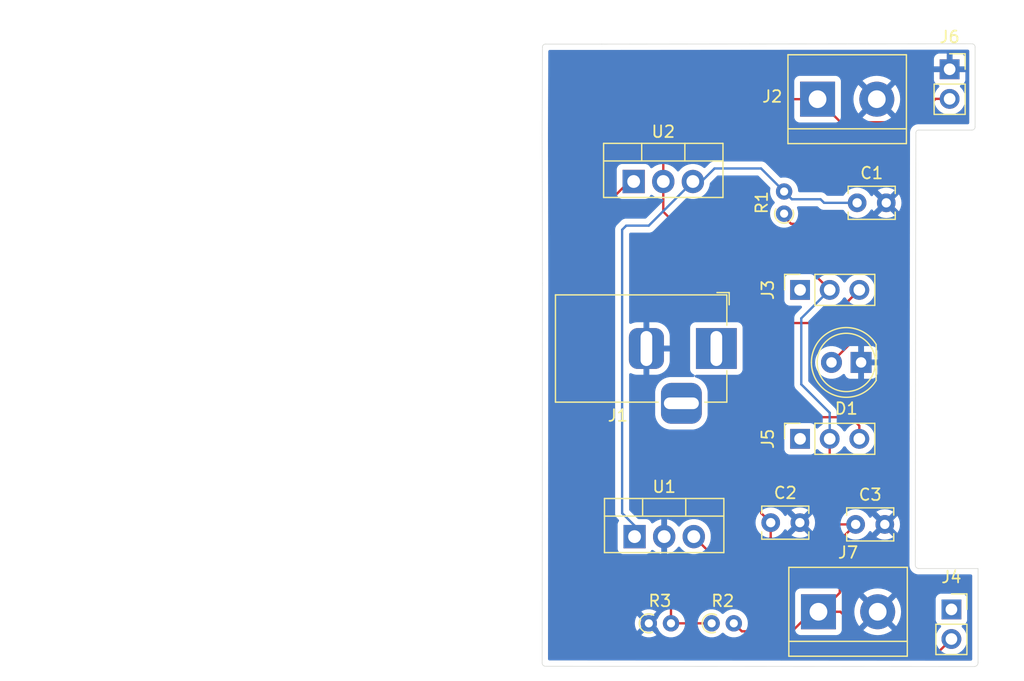
<source format=kicad_pcb>
(kicad_pcb (version 20240108) (generator "pcbnew") (generator_version "8.0")
  (layers (0 "F.Cu" signal) (31 "B.Cu" signal) (34 "B.Paste" user) (35 "F.Paste" user) (36 "B.SilkS" user "B.Silkscreen") (37 "F.SilkS" user "F.Silkscreen") (38 "B.Mask" user) (39 "F.Mask" user) (44 "Edge.Cuts" user))
  (net 0 "")
  (net 1 "GND")
  (net 2 "/12v")
  (net 3 "/5v")
  (net 4 "/3.3v")
  (net 5 "Net-(R1-+)")
  (net 6 "Net-(SW1A-B)")
  (net 10 "Net-(R2-+)")
  (footprint "LED_THT:LED_D5.0mm" (layer "F.Cu") (at 70.5104 77.851 180)
    (property "Reference" "D1" (at 1.27 -3.96 360) (layer "F.SilkS"))
    (property "Value" "LED")
    (fp_line (start -1.29 -1.545) (end -1.29 1.545) (stroke (width 0.12)) (layer "F.SilkS"))
    (fp_arc (start 4.26 0.000048) (mid 2.071756 2.880501) (end -1.29 1.54483) (stroke (width 0.12)) (layer "F.SilkS"))
    (fp_arc (start -1.29 -1.54483) (mid 2.071756 -2.880501) (end 4.26 -0.000048) (stroke (width 0.12)) (layer "F.SilkS"))
    (fp_circle (center 1.27 0) (end 3.77 0) (stroke (width 0.12)) (fill none) (layer "F.SilkS"))
    (pad "1" thru_hole rect (at 0 0 180) (size 1.8 1.8) (drill 0.9) (layers "*.Cu" "*.Mask") (net 1 "GND"))
    (pad "2" thru_hole circle (at 2.54 0 180) (size 1.8 1.8) (drill 0.9) (layers "*.Cu" "*.Mask") (net 5 "Net-(R1-+)"))
  )
  (footprint "Connector_PinSocket_2.54mm:PinSocket_1x03_P2.54mm_Vertical" (layer "F.Cu") (at 65.278 71.628 90)
    (property "Reference" "J3" (at 0 -2.77 90) (layer "F.SilkS"))
    (property "Value" "Conn_01x03_Pin")
    (fp_line (start 1.33 -1.33) (end 1.33 0) (stroke (width 0.12)) (layer "F.SilkS"))
    (fp_line (start 0 -1.33) (end 1.33 -1.33) (stroke (width 0.12)) (layer "F.SilkS"))
    (fp_line (start 1.33 1.27) (end 1.33 6.41) (stroke (width 0.12)) (layer "F.SilkS"))
    (fp_line (start -1.33 1.27) (end 1.33 1.27) (stroke (width 0.12)) (layer "F.SilkS"))
    (fp_line (start -1.33 1.27) (end -1.33 6.41) (stroke (width 0.12)) (layer "F.SilkS"))
    (fp_line (start -1.33 6.41) (end 1.33 6.41) (stroke (width 0.12)) (layer "F.SilkS"))
    (pad "1" thru_hole rect (at 0 0 90) (size 1.7 1.7) (drill 1) (layers "*.Cu" "*.Mask"))
    (pad "2" thru_hole oval (at 0 2.54 90) (size 1.7 1.7) (drill 1) (layers "*.Cu" "*.Mask") (net 4 "/3.3v"))
    (pad "3" thru_hole oval (at 0 5.08 90) (size 1.7 1.7) (drill 1) (layers "*.Cu" "*.Mask") (net 3 "/5v"))
  )
  (footprint "Connector_PinSocket_2.54mm:PinSocket_1x03_P2.54mm_Vertical" (layer "F.Cu") (at 65.278 84.4042 90)
    (property "Reference" "J5" (at 0 -2.77 90) (layer "F.SilkS"))
    (property "Value" "Conn_01x03_Pin")
    (fp_line (start 1.33 -1.33) (end 1.33 0) (stroke (width 0.12)) (layer "F.SilkS"))
    (fp_line (start 0 -1.33) (end 1.33 -1.33) (stroke (width 0.12)) (layer "F.SilkS"))
    (fp_line (start 1.33 1.27) (end 1.33 6.41) (stroke (width 0.12)) (layer "F.SilkS"))
    (fp_line (start -1.33 1.27) (end 1.33 1.27) (stroke (width 0.12)) (layer "F.SilkS"))
    (fp_line (start -1.33 1.27) (end -1.33 6.41) (stroke (width 0.12)) (layer "F.SilkS"))
    (fp_line (start -1.33 6.41) (end 1.33 6.41) (stroke (width 0.12)) (layer "F.SilkS"))
    (pad "1" thru_hole rect (at 0 0 90) (size 1.7 1.7) (drill 1) (layers "*.Cu" "*.Mask"))
    (pad "2" thru_hole oval (at 0 2.54 90) (size 1.7 1.7) (drill 1) (layers "*.Cu" "*.Mask") (net 4 "/3.3v"))
    (pad "3" thru_hole oval (at 0 5.08 90) (size 1.7 1.7) (drill 1) (layers "*.Cu" "*.Mask") (net 3 "/5v"))
  )
  (footprint "TerminalBlock:TerminalBlock_bornier-2_P5.08mm" (layer "F.Cu") (at 66.8528 99.2378)
    (property "Reference" "J7" (at 2.54 -5.08 0) (layer "F.SilkS"))
    (property "Value" "Screw_Terminal_01x02")
    (fp_line (start -2.54 -3.81) (end -2.54 3.81) (stroke (width 0.12)) (layer "F.SilkS"))
    (fp_line (start -2.54 3.81) (end 7.62 3.81) (stroke (width 0.12)) (layer "F.SilkS"))
    (fp_line (start 7.62 -3.81) (end -2.54 -3.81) (stroke (width 0.12)) (layer "F.SilkS"))
    (fp_line (start 7.62 2.54) (end -2.54 2.54) (stroke (width 0.12)) (layer "F.SilkS"))
    (fp_line (start 7.62 3.81) (end 7.62 -3.81) (stroke (width 0.12)) (layer "F.SilkS"))
    (pad "1" thru_hole rect (at 0 0) (size 3 3) (drill 1.52) (layers "*.Cu" "*.Mask") (net 4 "/3.3v"))
    (pad "2" thru_hole circle (at 5.08 0) (size 3 3) (drill 1.52) (layers "*.Cu" "*.Mask") (net 1 "GND"))
  )
  (footprint "Resistor_THT:R_Axial_DIN0204_L3.6mm_D1.6mm_P1.90mm_Vertical" (layer "F.Cu") (at 57.6928 100.2284)
    (property "Reference" "R2" (at 0.95 -1.92 0) (layer "F.SilkS"))
    (property "Value" "330")
    (fp_arc (start 0.320095 0.749359) (mid -0.813042 -0.054435) (end 0.417133 -0.7) (stroke (width 0.12)) (layer "F.SilkS"))
    (pad "1" thru_hole circle (at 0 0) (size 1.4 1.4) (drill 0.7) (layers "*.Cu" "*.Mask") (net 10 "Net-(R2-+)"))
    (pad "2" thru_hole oval (at 1.9 0) (size 1.4 1.4) (drill 0.7) (layers "*.Cu" "*.Mask") (net 4 "/3.3v"))
  )
  (footprint "Capacitor_THT:C_Disc_D3.8mm_W2.6mm_P2.50mm" (layer "F.Cu") (at 70.1694 64.1604)
    (property "Reference" "C1" (at 1.25 -2.55 0) (layer "F.SilkS"))
    (property "Value" "10u")
    (fp_line (start -0.77 -1.42) (end -0.77 -0.795) (stroke (width 0.12)) (layer "F.SilkS"))
    (fp_line (start -0.77 -1.42) (end 3.27 -1.42) (stroke (width 0.12)) (layer "F.SilkS"))
    (fp_line (start -0.77 0.795) (end -0.77 1.42) (stroke (width 0.12)) (layer "F.SilkS"))
    (fp_line (start -0.77 1.42) (end 3.27 1.42) (stroke (width 0.12)) (layer "F.SilkS"))
    (fp_line (start 3.27 -1.42) (end 3.27 -0.795) (stroke (width 0.12)) (layer "F.SilkS"))
    (fp_line (start 3.27 0.795) (end 3.27 1.42) (stroke (width 0.12)) (layer "F.SilkS"))
    (pad "1" thru_hole circle (at 0 0) (size 1.6 1.6) (drill 0.8) (layers "*.Cu" "*.Mask") (net 2 "/12v"))
    (pad "2" thru_hole circle (at 2.5 0) (size 1.6 1.6) (drill 0.8) (layers "*.Cu" "*.Mask") (net 1 "GND"))
  )
  (footprint "Resistor_THT:R_Axial_DIN0204_L3.6mm_D1.6mm_P1.90mm_Vertical" (layer "F.Cu") (at 52.3036 100.2284)
    (property "Reference" "R3" (at 0.95 -1.92 0) (layer "F.SilkS"))
    (property "Value" "560")
    (fp_arc (start 0.320095 0.749359) (mid -0.813042 -0.054435) (end 0.417133 -0.7) (stroke (width 0.12)) (layer "F.SilkS"))
    (pad "1" thru_hole circle (at 0 0) (size 1.4 1.4) (drill 0.7) (layers "*.Cu" "*.Mask") (net 1 "GND"))
    (pad "2" thru_hole oval (at 1.9 0) (size 1.4 1.4) (drill 0.7) (layers "*.Cu" "*.Mask") (net 10 "Net-(R2-+)"))
  )
  (footprint "Resistor_THT:R_Axial_DIN0204_L3.6mm_D1.6mm_P1.90mm_Vertical" (layer "F.Cu") (at 63.9064 65.0908 90)
    (property "Reference" "R1" (at 0.95 -1.92 90) (layer "F.SilkS"))
    (property "Value" "330")
    (fp_arc (start 0.320095 0.749359) (mid -0.813042 -0.054435) (end 0.417133 -0.7) (stroke (width 0.12)) (layer "F.SilkS"))
    (pad "1" thru_hole circle (at 0 0 90) (size 1.4 1.4) (drill 0.7) (layers "*.Cu" "*.Mask") (net 5 "Net-(R1-+)"))
    (pad "2" thru_hole oval (at 1.9 0 90) (size 1.4 1.4) (drill 0.7) (layers "*.Cu" "*.Mask") (net 2 "/12v"))
  )
  (footprint "TerminalBlock:TerminalBlock_bornier-2_P5.08mm" (layer "F.Cu") (at 66.7766 55.2704)
    (property "Reference" "J2" (at -3.8862 -0.2286 360) (layer "F.SilkS"))
    (property "Value" "Screw_Terminal_01x02")
    (fp_line (start -2.54 -3.81) (end -2.54 3.81) (stroke (width 0.12)) (layer "F.SilkS"))
    (fp_line (start -2.54 3.81) (end 7.62 3.81) (stroke (width 0.12)) (layer "F.SilkS"))
    (fp_line (start 7.62 -3.81) (end -2.54 -3.81) (stroke (width 0.12)) (layer "F.SilkS"))
    (fp_line (start 7.62 2.54) (end -2.54 2.54) (stroke (width 0.12)) (layer "F.SilkS"))
    (fp_line (start 7.62 3.81) (end 7.62 -3.81) (stroke (width 0.12)) (layer "F.SilkS"))
    (pad "1" thru_hole rect (at 0 0) (size 3 3) (drill 1.52) (layers "*.Cu" "*.Mask") (net 4 "/3.3v"))
    (pad "2" thru_hole circle (at 5.08 0) (size 3 3) (drill 1.52) (layers "*.Cu" "*.Mask") (net 1 "GND"))
  )
  (footprint "Package_TO_SOT_THT:TO-220-3_Vertical" (layer "F.Cu") (at 51.0794 92.7914)
    (property "Reference" "U1" (at 2.54 -4.27 0) (layer "F.SilkS"))
    (property "Value" "LM7805_TO220")
    (fp_line (start -2.58 -3.27) (end -2.58 1.371) (stroke (width 0.12)) (layer "F.SilkS"))
    (fp_line (start -2.58 -3.27) (end 7.66 -3.27) (stroke (width 0.12)) (layer "F.SilkS"))
    (fp_line (start -2.58 -1.76) (end 7.66 -1.76) (stroke (width 0.12)) (layer "F.SilkS"))
    (fp_line (start -2.58 1.371) (end 7.66 1.371) (stroke (width 0.12)) (layer "F.SilkS"))
    (fp_line (start 0.69 -3.27) (end 0.69 -1.76) (stroke (width 0.12)) (layer "F.SilkS"))
    (fp_line (start 4.391 -3.27) (end 4.391 -1.76) (stroke (width 0.12)) (layer "F.SilkS"))
    (fp_line (start 7.66 -3.27) (end 7.66 1.371) (stroke (width 0.12)) (layer "F.SilkS"))
    (pad "1" thru_hole rect (at 0 0) (size 1.905 2) (drill 1.1) (layers "*.Cu" "*.Mask") (net 2 "/12v"))
    (pad "2" thru_hole oval (at 2.54 0) (size 1.905 2) (drill 1.1) (layers "*.Cu" "*.Mask") (net 1 "GND"))
    (pad "3" thru_hole oval (at 5.08 0) (size 1.905 2) (drill 1.1) (layers "*.Cu" "*.Mask") (net 3 "/5v"))
  )
  (footprint "Package_TO_SOT_THT:TO-220-3_Vertical" (layer "F.Cu") (at 51.0032 62.3316)
    (property "Reference" "U2" (at 2.54 -4.27 0) (layer "F.SilkS"))
    (property "Value" "LM317_TO-220")
    (fp_line (start -2.58 -3.27) (end -2.58 1.371) (stroke (width 0.12)) (layer "F.SilkS"))
    (fp_line (start -2.58 -3.27) (end 7.66 -3.27) (stroke (width 0.12)) (layer "F.SilkS"))
    (fp_line (start -2.58 -1.76) (end 7.66 -1.76) (stroke (width 0.12)) (layer "F.SilkS"))
    (fp_line (start -2.58 1.371) (end 7.66 1.371) (stroke (width 0.12)) (layer "F.SilkS"))
    (fp_line (start 0.69 -3.27) (end 0.69 -1.76) (stroke (width 0.12)) (layer "F.SilkS"))
    (fp_line (start 4.391 -3.27) (end 4.391 -1.76) (stroke (width 0.12)) (layer "F.SilkS"))
    (fp_line (start 7.66 -3.27) (end 7.66 1.371) (stroke (width 0.12)) (layer "F.SilkS"))
    (pad "1" thru_hole rect (at 0 0) (size 1.905 2) (drill 1.1) (layers "*.Cu" "*.Mask") (net 10 "Net-(R2-+)"))
    (pad "2" thru_hole oval (at 2.54 0) (size 1.905 2) (drill 1.1) (layers "*.Cu" "*.Mask") (net 4 "/3.3v"))
    (pad "3" thru_hole oval (at 5.08 0) (size 1.905 2) (drill 1.1) (layers "*.Cu" "*.Mask") (net 2 "/12v"))
  )
  (footprint "Connector_PinSocket_2.54mm:PinSocket_1x02_P2.54mm_Vertical" (layer "F.Cu") (at 78.105 52.705)
    (property "Reference" "J6" (at 0 -2.77 0) (layer "F.SilkS"))
    (property "Value" "Conn_01x02_Pin")
    (fp_line (start -1.33 1.27) (end -1.33 3.87) (stroke (width 0.12)) (layer "F.SilkS"))
    (fp_line (start -1.33 1.27) (end 1.33 1.27) (stroke (width 0.12)) (layer "F.SilkS"))
    (fp_line (start -1.33 3.87) (end 1.33 3.87) (stroke (width 0.12)) (layer "F.SilkS"))
    (fp_line (start 0 -1.33) (end 1.33 -1.33) (stroke (width 0.12)) (layer "F.SilkS"))
    (fp_line (start 1.33 -1.33) (end 1.33 0) (stroke (width 0.12)) (layer "F.SilkS"))
    (fp_line (start 1.33 1.27) (end 1.33 3.87) (stroke (width 0.12)) (layer "F.SilkS"))
    (pad "1" thru_hole rect (at 0 0) (size 1.7 1.7) (drill 1) (layers "*.Cu" "*.Mask") (net 1 "GND"))
    (pad "2" thru_hole oval (at 0 2.54) (size 1.7 1.7) (drill 1) (layers "*.Cu" "*.Mask") (net 4 "/3.3v"))
  )
  (footprint "Capacitor_THT:C_Disc_D3.8mm_W2.6mm_P2.50mm" (layer "F.Cu") (at 62.758 91.5924)
    (property "Reference" "C2" (at 1.25 -2.55 0) (layer "F.SilkS"))
    (property "Value" "0.1u")
    (fp_line (start -0.77 -1.42) (end -0.77 -0.795) (stroke (width 0.12)) (layer "F.SilkS"))
    (fp_line (start -0.77 -1.42) (end 3.27 -1.42) (stroke (width 0.12)) (layer "F.SilkS"))
    (fp_line (start -0.77 0.795) (end -0.77 1.42) (stroke (width 0.12)) (layer "F.SilkS"))
    (fp_line (start -0.77 1.42) (end 3.27 1.42) (stroke (width 0.12)) (layer "F.SilkS"))
    (fp_line (start 3.27 -1.42) (end 3.27 -0.795) (stroke (width 0.12)) (layer "F.SilkS"))
    (fp_line (start 3.27 0.795) (end 3.27 1.42) (stroke (width 0.12)) (layer "F.SilkS"))
    (pad "1" thru_hole circle (at 0 0) (size 1.6 1.6) (drill 0.8) (layers "*.Cu" "*.Mask") (net 3 "/5v"))
    (pad "2" thru_hole circle (at 2.5 0) (size 1.6 1.6) (drill 0.8) (layers "*.Cu" "*.Mask") (net 1 "GND"))
  )
  (footprint "Connector_BarrelJack:BarrelJack_Horizontal" (layer "F.Cu") (at 58.0954 76.6572)
    (property "Reference" "J1" (at -8.45 5.75 0) (layer "F.SilkS"))
    (property "Value" "Barrel_Jack")
    (fp_line (start -13.8 -4.6) (end 0.9 -4.6) (stroke (width 0.12)) (layer "F.SilkS"))
    (fp_line (start -13.8 4.6) (end -13.8 -4.6) (stroke (width 0.12)) (layer "F.SilkS"))
    (fp_line (start -5 4.6) (end -13.8 4.6) (stroke (width 0.12)) (layer "F.SilkS"))
    (fp_line (start 0.05 -4.8) (end 1.1 -4.8) (stroke (width 0.12)) (layer "F.SilkS"))
    (fp_line (start 0.9 -4.6) (end 0.9 -2) (stroke (width 0.12)) (layer "F.SilkS"))
    (fp_line (start 0.9 1.9) (end 0.9 4.6) (stroke (width 0.12)) (layer "F.SilkS"))
    (fp_line (start 0.9 4.6) (end -1 4.6) (stroke (width 0.12)) (layer "F.SilkS"))
    (fp_line (start 1.1 -3.75) (end 1.1 -4.8) (stroke (width 0.12)) (layer "F.SilkS"))
    (pad "1" thru_hole rect (at 0 0) (size 3.5 3.5) (drill oval 1 3) (layers "*.Cu" "*.Mask") (net 6 "Net-(SW1A-B)"))
    (pad "2" thru_hole roundrect (at -6 0) (size 3 3.5) (drill oval 1 3) (layers "*.Cu" "*.Mask") (net 1 "GND"))
    (pad "3" thru_hole roundrect (at -3 4.7) (size 3.5 3.5) (drill oval 3 1) (layers "*.Cu" "*.Mask"))
  )
  (footprint "Capacitor_THT:C_Disc_D3.8mm_W2.6mm_P2.50mm" (layer "F.Cu") (at 70.0424 91.7448)
    (property "Reference" "C3" (at 1.25 -2.55 0) (layer "F.SilkS"))
    (property "Value" "1u")
    (fp_line (start -0.77 -1.42) (end -0.77 -0.795) (stroke (width 0.12)) (layer "F.SilkS"))
    (fp_line (start -0.77 -1.42) (end 3.27 -1.42) (stroke (width 0.12)) (layer "F.SilkS"))
    (fp_line (start -0.77 0.795) (end -0.77 1.42) (stroke (width 0.12)) (layer "F.SilkS"))
    (fp_line (start -0.77 1.42) (end 3.27 1.42) (stroke (width 0.12)) (layer "F.SilkS"))
    (fp_line (start 3.27 -1.42) (end 3.27 -0.795) (stroke (width 0.12)) (layer "F.SilkS"))
    (fp_line (start 3.27 0.795) (end 3.27 1.42) (stroke (width 0.12)) (layer "F.SilkS"))
    (pad "1" thru_hole circle (at 0 0) (size 1.6 1.6) (drill 0.8) (layers "*.Cu" "*.Mask") (net 4 "/3.3v"))
    (pad "2" thru_hole circle (at 2.5 0) (size 1.6 1.6) (drill 0.8) (layers "*.Cu" "*.Mask") (net 1 "GND"))
  )
  (footprint "Connector_PinSocket_2.54mm:PinSocket_1x02_P2.54mm_Vertical" (layer "F.Cu") (at 78.2574 99.0346)
    (property "Reference" "J4" (at 0 -2.77 0) (layer "F.SilkS"))
    (property "Value" "Conn_01x02_Pin")
    (fp_line (start -1.33 1.27) (end -1.33 3.87) (stroke (width 0.12)) (layer "F.SilkS"))
    (fp_line (start -1.33 1.27) (end 1.33 1.27) (stroke (width 0.12)) (layer "F.SilkS"))
    (fp_line (start -1.33 3.87) (end 1.33 3.87) (stroke (width 0.12)) (layer "F.SilkS"))
    (fp_line (start 0 -1.33) (end 1.33 -1.33) (stroke (width 0.12)) (layer "F.SilkS"))
    (fp_line (start 1.33 -1.33) (end 1.33 0) (stroke (width 0.12)) (layer "F.SilkS"))
    (fp_line (start 1.33 1.27) (end 1.33 3.87) (stroke (width 0.12)) (layer "F.SilkS"))
    (pad "1" thru_hole rect (at 0 0) (size 1.7 1.7) (drill 1) (layers "*.Cu" "*.Mask"))
    (pad "2" thru_hole oval (at 0 2.54) (size 1.7 1.7) (drill 1) (layers "*.Cu" "*.Mask") (net 4 "/3.3v"))
  )
  (gr_line (start 43.18 71.0692) (end 43.1546 103.6066) (stroke (width 0.05)) (layer "Edge.Cuts"))
  (gr_arc (start 80.2894 57.643731) (mid 80.207566 57.841297) (end 80.01 57.923131) (stroke (width 0.05)) (layer "Edge.Cuts"))
  (gr_line (start 48.26 50.546) (end 43.4594 50.546) (stroke (width 0.05)) (layer "Edge.Cuts"))
  (gr_arc (start 80.01 50.519448) (mid 80.217166 50.610813) (end 80.2894 50.8254) (stroke (width 0.05)) (layer "Edge.Cuts"))
  (gr_line (start 43.1546 58.3946) (end 43.18 71.0692) (stroke (width 0.05)) (layer "Edge.Cuts"))
  (gr_arc (start 75.209135 58.174616) (mid 75.276257 57.9882) (end 75.4634 57.923131) (stroke (width 0.05)) (layer "Edge.Cuts"))
  (gr_line (start 80.5434 95.5294) (end 75.438 95.5294) (stroke (width 0.05)) (layer "Edge.Cuts"))
  (gr_line (start 75.209135 58.166) (end 75.157544 95.2246) (stroke (width 0.05)) (layer "Edge.Cuts"))
  (gr_arc (start 75.438 95.529399) (mid 75.238326 95.431698) (end 75.157544 95.2246) (stroke (width 0.05)) (layer "Edge.Cuts"))
  (gr_line (start 43.4594 103.9114) (end 80.2386 103.9368) (stroke (width 0.05)) (layer "Edge.Cuts"))
  (gr_line (start 80.01 50.519448) (end 48.26 50.546) (stroke (width 0.05)) (layer "Edge.Cuts"))
  (gr_arc (start 43.179782 50.823111) (mid 43.254314 50.618688) (end 43.4594 50.546001) (stroke (width 0.05)) (layer "Edge.Cuts"))
  (gr_line (start 80.5434 103.5812) (end 80.5434 95.5294) (stroke (width 0.05)) (layer "Edge.Cuts"))
  (gr_arc (start 43.4594 103.9114) (mid 43.23562 103.83038) (end 43.1546 103.6066) (stroke (width 0.05)) (layer "Edge.Cuts"))
  (gr_line (start 43.179782 50.823111) (end 43.1546 58.3946) (stroke (width 0.05)) (layer "Edge.Cuts"))
  (gr_line (start 75.4634 57.923131) (end 80.01 57.923131) (stroke (width 0.05)) (layer "Edge.Cuts"))
  (gr_arc (start 80.5434 103.5812) (mid 80.464647 103.822126) (end 80.2386 103.9368) (stroke (width 0.05)) (layer "Edge.Cuts"))
  (gr_line (start 80.2894 50.8254) (end 80.2894 57.643731) (stroke (width 0.05)) (layer "Edge.Cuts"))
  (segment (start 64.3084 62.7888) (end 63.9064 63.1908) (width 0.2) (layer "F.Cu") (net 2))
  (segment (start 61.9296 61.214) (end 63.9064 63.1908) (width 0.2) (layer "B.Cu") (net 2))
  (segment (start 52.2986 66.1162) (end 56.0832 62.3316) (width 0.2) (layer "B.Cu") (net 2))
  (segment (start 57.9374 61.214) (end 61.9296 61.214) (width 0.2) (layer "B.Cu") (net 2))
  (segment (start 56.0832 62.3316) (end 56.8198 62.3316) (width 0.2) (layer "B.Cu") (net 2))
  (segment (start 50.0126 66.4718) (end 50.3682 66.1162) (width 0.2) (layer "B.Cu") (net 2))
  (segment (start 64.5712 63.8556) (end 67.0306 63.8556) (width 0.2) (layer "B.Cu") (net 2))
  (segment (start 63.9064 63.1908) (end 64.5712 63.8556) (width 0.2) (layer "B.Cu") (net 2))
  (segment (start 67.3354 64.1604) (end 70.1694 64.1604) (width 0.2) (layer "B.Cu") (net 2))
  (segment (start 50.0126 90.7796) (end 50.0126 66.4718) (width 0.2) (layer "B.Cu") (net 2))
  (segment (start 51.0794 92.7914) (end 51.0794 91.8464) (width 0.2) (layer "B.Cu") (net 2))
  (segment (start 67.0306 63.8556) (end 67.3354 64.1604) (width 0.2) (layer "B.Cu") (net 2))
  (segment (start 50.3682 66.1162) (end 52.2986 66.1162) (width 0.2) (layer "B.Cu") (net 2))
  (segment (start 51.0794 91.8464) (end 50.0126 90.7796) (width 0.2) (layer "B.Cu") (net 2))
  (segment (start 56.8198 62.3316) (end 57.9374 61.214) (width 0.2) (layer "B.Cu") (net 2))
  (segment (start 62.758 91.5924) (end 62.758 92.857) (width 0.2) (layer "F.Cu") (net 3))
  (segment (start 61.9252 75.3872) (end 62.8396 74.4728) (width 0.2) (layer "F.Cu") (net 3))
  (segment (start 62.758 92.857) (end 62.7634 92.8624) (width 0.2) (layer "F.Cu") (net 3))
  (segment (start 61.9506 89.662) (end 61.9506 90.785) (width 0.2) (layer "F.Cu") (net 3))
  (segment (start 70.358 84.4042) (end 70.358 83.2866) (width 0.2) (layer "F.Cu") (net 3))
  (segment (start 61.9252 89.6366) (end 61.9506 89.662) (width 0.2) (layer "F.Cu") (net 3))
  (segment (start 69.4182 73.7616) (end 69.4182 72.5678) (width 0.2) (layer "F.Cu") (net 3))
  (segment (start 70.358 83.2866) (end 69.6214 82.55) (width 0.2) (layer "F.Cu") (net 3))
  (segment (start 63.1698 82.55) (end 61.9252 83.7946) (width 0.2) (layer "F.Cu") (net 3))
  (segment (start 61.9252 83.947) (end 61.9252 89.6366) (width 0.2) (layer "F.Cu") (net 3))
  (segment (start 68.707 74.4728) (end 69.4182 73.7616) (width 0.2) (layer "F.Cu") (net 3))
  (segment (start 63.1698 82.55) (end 61.9252 81.3054) (width 0.2) (layer "F.Cu") (net 3))
  (segment (start 57.8052 94.4372) (end 56.1594 92.7914) (width 0.2) (layer "F.Cu") (net 3))
  (segment (start 62.7634 92.8624) (end 61.1886 94.4372) (width 0.2) (layer "F.Cu") (net 3))
  (segment (start 61.1886 94.4372) (end 57.8052 94.4372) (width 0.2) (layer "F.Cu") (net 3))
  (segment (start 69.4182 72.5678) (end 70.358 71.628) (width 0.2) (layer "F.Cu") (net 3))
  (segment (start 61.9252 81.3054) (end 61.9252 75.3872) (width 0.2) (layer "F.Cu") (net 3))
  (segment (start 62.8396 74.4728) (end 68.707 74.4728) (width 0.2) (layer "F.Cu") (net 3))
  (segment (start 61.9506 90.785) (end 62.758 91.5924) (width 0.2) (layer "F.Cu") (net 3))
  (segment (start 61.9252 83.7946) (end 61.9252 83.947) (width 0.2) (layer "F.Cu") (net 3))
  (segment (start 69.6214 82.55) (end 63.1698 82.55) (width 0.2) (layer "F.Cu") (net 3))
  (segment (start 72.3392 102.8446) (end 68.7324 99.2378) (width 0.2) (layer "F.Cu") (net 4))
  (segment (start 62.738 56.4134) (end 55.6514 56.4134) (width 0.2) (layer "F.Cu") (net 4))
  (segment (start 68.6962 93.091) (end 68.6816 93.091) (width 0.2) (layer "F.Cu") (net 4))
  (segment (start 55.6514 56.4134) (end 53.5432 58.5216) (width 0.2) (layer "F.Cu") (net 4))
  (segment (start 66.2686 99.2378) (end 64.5922 100.9142) (width 0.2) (layer "F.Cu") (net 4))
  (segment (start 67.056 99.2378) (end 66.8528 99.2378) (width 0.2) (layer "F.Cu") (net 4))
  (segment (start 65.278 69.088) (end 57.7088 69.088) (width 0.2) (layer "F.Cu") (net 4))
  (segment (start 68.7324 99.2378) (end 66.8528 99.2378) (width 0.2) (layer "F.Cu") (net 4))
  (segment (start 70.0424 91.7448) (end 68.6962 93.091) (width 0.2) (layer "F.Cu") (net 4))
  (segment (start 67.818 91.059) (end 68.5038 91.7448) (width 0.2) (layer "F.Cu") (net 4))
  (segment (start 64.5922 100.9142) (end 60.2786 100.9142) (width 0.2) (layer "F.Cu") (net 4))
  (segment (start 63.881 55.2704) (end 62.738 56.4134) (width 0.2) (layer "F.Cu") (net 4))
  (segment (start 66.8528 99.2378) (end 66.2686 99.2378) (width 0.2) (layer "F.Cu") (net 4))
  (segment (start 76.902919 55.245) (end 74.896319 57.2516) (width 0.2) (layer "F.Cu") (net 4))
  (segment (start 78.105 55.245) (end 76.902919 55.245) (width 0.2) (layer "F.Cu") (net 4))
  (segment (start 68.6816 97.6122) (end 67.056 99.2378) (width 0.2) (layer "F.Cu") (net 4))
  (segment (start 67.818 84.4042) (end 67.818 91.059) (width 0.2) (layer "F.Cu") (net 4))
  (segment (start 67.818 71.628) (end 65.278 69.088) (width 0.2) (layer "F.Cu") (net 4))
  (segment (start 76.9874 102.8446) (end 72.3392 102.8446) (width 0.2) (layer "F.Cu") (net 4))
  (segment (start 68.7578 57.2516) (end 66.7766 55.2704) (width 0.2) (layer "F.Cu") (net 4))
  (segment (start 68.6816 93.091) (end 68.6816 97.6122) (width 0.2) (layer "F.Cu") (net 4))
  (segment (start 66.7766 55.2704) (end 63.881 55.2704) (width 0.2) (layer "F.Cu") (net 4))
  (segment (start 57.7088 69.088) (end 53.5432 64.9224) (width 0.2) (layer "F.Cu") (net 4))
  (segment (start 60.2786 100.9142) (end 59.5928 100.2284) (width 0.2) (layer "F.Cu") (net 4))
  (segment (start 53.5432 58.5216) (end 53.5432 62.3316) (width 0.2) (layer "F.Cu") (net 4))
  (segment (start 74.896319 57.2516) (end 68.7578 57.2516) (width 0.2) (layer "F.Cu") (net 4))
  (segment (start 68.5038 91.7448) (end 70.0424 91.7448) (width 0.2) (layer "F.Cu") (net 4))
  (segment (start 78.2574 101.5746) (end 76.9874 102.8446) (width 0.2) (layer "F.Cu") (net 4))
  (segment (start 53.5432 64.9224) (end 53.5432 62.3316) (width 0.2) (layer "F.Cu") (net 4))
  (segment (start 67.818 84.4042) (end 67.818 82.169) (width 0.2) (layer "B.Cu") (net 4))
  (segment (start 67.818 82.169) (end 65.3796 79.7306) (width 0.2) (layer "B.Cu") (net 4))
  (segment (start 65.3796 79.7306) (end 65.3796 74.0664) (width 0.2) (layer "B.Cu") (net 4))
  (segment (start 65.3796 74.0664) (end 67.818 71.628) (width 0.2) (layer "B.Cu") (net 4))
  (segment (start 67.9704 77.851) (end 72.3646 73.4568) (width 0.2) (layer "F.Cu") (net 5))
  (segment (start 72.3646 73.4314) (end 72.4662 73.3298) (width 0.2) (layer "F.Cu") (net 5))
  (segment (start 72.3646 73.4568) (end 72.3646 73.4314) (width 0.2) (layer "F.Cu") (net 5))
  (segment (start 69.4182 65.9638) (end 64.516 65.9638) (width 0.2) (layer "F.Cu") (net 5))
  (segment (start 63.9064 65.3542) (end 63.9064 65.0908) (width 0.2) (layer "F.Cu") (net 5))
  (segment (start 72.4662 73.3298) (end 72.4662 69.0118) (width 0.2) (layer "F.Cu") (net 5))
  (segment (start 64.516 65.9638) (end 63.9064 65.3542) (width 0.2) (layer "F.Cu") (net 5))
  (segment (start 72.4662 69.0118) (end 69.4182 65.9638) (width 0.2) (layer "F.Cu") (net 5))
  (segment (start 57.6928 100.2284) (end 57.6928 100.0092) (width 0.2) (layer "F.Cu") (net 10))
  (segment (start 54.2036 98.679) (end 52.7812 97.2566) (width 0.2) (layer "F.Cu") (net 10))
  (segment (start 50.6222 62.3316) (end 51.0032 62.3316) (width 0.2) (layer "F.Cu") (net 10))
  (segment (start 46.5074 97.2566) (end 46.5074 66.4464) (width 0.2) (layer "F.Cu") (net 10))
  (segment (start 46.5074 66.4464) (end 50.6222 62.3316) (width 0.2) (layer "F.Cu") (net 10))
  (segment (start 54.2036 100.2284) (end 54.2036 98.679) (width 0.2) (layer "F.Cu") (net 10))
  (segment (start 57.6928 100.2284) (end 54.2036 100.2284) (width 0.2) (layer "F.Cu") (net 10))
  (segment (start 52.7812 97.2566) (end 46.5074 97.2566) (width 0.2) (layer "F.Cu") (net 10))
  (zone (net 1) (net_name "GND") (layer "B.Cu") (connect_pads (clearance 0.5)) (min_thickness 0.25) (fill yes (thermal_gap 0.5) (thermal_bridge_width 0.5))
    (polygon (pts (xy 43.4086 50.673) (xy 43.2562 51.0794) (xy 43.5102 103.505) (xy 80.391 103.759) (xy 80.1624 50.6984) (xy 80.1624 50.6984)))
  )
)
</source>
